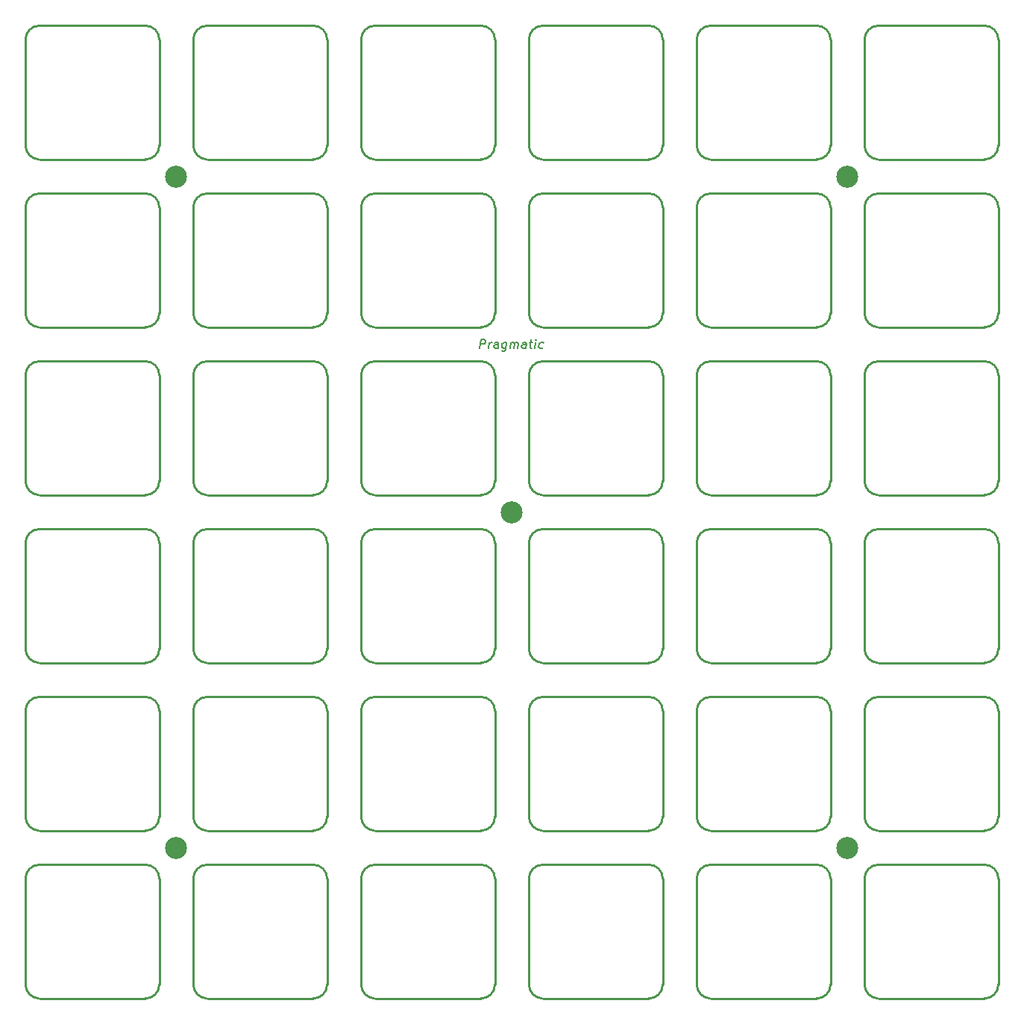
<source format=gts>
%TF.GenerationSoftware,KiCad,Pcbnew,(6.0.5-0)*%
%TF.CreationDate,2022-06-21T10:58:13+08:00*%
%TF.ProjectId,Plate,506c6174-652e-46b6-9963-61645f706362,rev?*%
%TF.SameCoordinates,PX4bb2a98PY4bb2a98*%
%TF.FileFunction,Soldermask,Top*%
%TF.FilePolarity,Negative*%
%FSLAX46Y46*%
G04 Gerber Fmt 4.6, Leading zero omitted, Abs format (unit mm)*
G04 Created by KiCad (PCBNEW (6.0.5-0)) date 2022-06-21 10:58:13*
%MOMM*%
%LPD*%
G01*
G04 APERTURE LIST*
%ADD10C,0.150000*%
%ADD11C,0.254000*%
%ADD12C,2.500000*%
G04 APERTURE END LIST*
D10*
X-3642292Y18597620D02*
X-3517292Y19597620D01*
X-3136340Y19597620D01*
X-3047054Y19550000D01*
X-3005387Y19502381D01*
X-2969673Y19407143D01*
X-2987530Y19264286D01*
X-3047054Y19169048D01*
X-3100625Y19121429D01*
X-3201816Y19073810D01*
X-3582768Y19073810D01*
X-2642292Y18597620D02*
X-2558959Y19264286D01*
X-2582768Y19073810D02*
X-2523245Y19169048D01*
X-2469673Y19216667D01*
X-2368483Y19264286D01*
X-2273245Y19264286D01*
X-1594673Y18597620D02*
X-1529197Y19121429D01*
X-1564911Y19216667D01*
X-1654197Y19264286D01*
X-1844673Y19264286D01*
X-1945864Y19216667D01*
X-1588721Y18645239D02*
X-1689911Y18597620D01*
X-1928006Y18597620D01*
X-2017292Y18645239D01*
X-2053006Y18740477D01*
X-2041102Y18835715D01*
X-1981578Y18930953D01*
X-1880387Y18978572D01*
X-1642292Y18978572D01*
X-1541102Y19026191D01*
X-606578Y19264286D02*
X-707768Y18454762D01*
X-767292Y18359524D01*
X-820864Y18311905D01*
X-922054Y18264286D01*
X-1064911Y18264286D01*
X-1154197Y18311905D01*
X-683959Y18645239D02*
X-785149Y18597620D01*
X-975625Y18597620D01*
X-1064911Y18645239D01*
X-1106578Y18692858D01*
X-1142292Y18788096D01*
X-1106578Y19073810D01*
X-1047054Y19169048D01*
X-993483Y19216667D01*
X-892292Y19264286D01*
X-701816Y19264286D01*
X-612530Y19216667D01*
X-213721Y18597620D02*
X-130387Y19264286D01*
X-142292Y19169048D02*
X-88721Y19216667D01*
X12470Y19264286D01*
X155327Y19264286D01*
X244613Y19216667D01*
X280327Y19121429D01*
X214851Y18597620D01*
X280327Y19121429D02*
X339851Y19216667D01*
X441041Y19264286D01*
X583898Y19264286D01*
X673184Y19216667D01*
X708898Y19121429D01*
X643422Y18597620D01*
X1548184Y18597620D02*
X1613660Y19121429D01*
X1577946Y19216667D01*
X1488660Y19264286D01*
X1298184Y19264286D01*
X1196994Y19216667D01*
X1554136Y18645239D02*
X1452946Y18597620D01*
X1214851Y18597620D01*
X1125565Y18645239D01*
X1089851Y18740477D01*
X1101755Y18835715D01*
X1161279Y18930953D01*
X1262470Y18978572D01*
X1500565Y18978572D01*
X1601755Y19026191D01*
X1964851Y19264286D02*
X2345803Y19264286D01*
X2149375Y19597620D02*
X2042232Y18740477D01*
X2077946Y18645239D01*
X2167232Y18597620D01*
X2262470Y18597620D01*
X2595803Y18597620D02*
X2679136Y19264286D01*
X2720803Y19597620D02*
X2667232Y19550000D01*
X2708898Y19502381D01*
X2762470Y19550000D01*
X2720803Y19597620D01*
X2708898Y19502381D01*
X3506517Y18645239D02*
X3405327Y18597620D01*
X3214851Y18597620D01*
X3125565Y18645239D01*
X3083898Y18692858D01*
X3048184Y18788096D01*
X3083898Y19073810D01*
X3143422Y19169048D01*
X3196994Y19216667D01*
X3298184Y19264286D01*
X3488660Y19264286D01*
X3577946Y19216667D01*
D11*
X3525000Y-36175000D02*
X15525000Y-36175000D01*
X3525000Y-20975000D02*
X15525000Y-20975000D01*
X17125000Y-22575000D02*
X17125000Y-34575000D01*
X1925000Y-22575000D02*
X1925000Y-34575000D01*
X17125000Y-22575000D02*
G75*
G03*
X15525000Y-20975000I-1600000J0D01*
G01*
X1925000Y-34575000D02*
G75*
G03*
X3525000Y-36175000I1599999J-1D01*
G01*
X15525000Y-36175000D02*
G75*
G03*
X17125000Y-34575000I0J1600000D01*
G01*
X3525000Y-20975000D02*
G75*
G03*
X1925000Y-22575000I-1J-1599999D01*
G01*
X-20975000Y-3525000D02*
X-20975000Y-15525000D01*
X-34575000Y-17125000D02*
X-22575000Y-17125000D01*
X-34575000Y-1925000D02*
X-22575000Y-1925000D01*
X-36175000Y-3525000D02*
X-36175000Y-15525000D01*
X-36175000Y-15525000D02*
G75*
G03*
X-34575000Y-17125000I1599999J-1D01*
G01*
X-34575000Y-1925000D02*
G75*
G03*
X-36175000Y-3525000I-1J-1599999D01*
G01*
X-20975000Y-3525000D02*
G75*
G03*
X-22575000Y-1925000I-1600000J0D01*
G01*
X-22575000Y-17125000D02*
G75*
G03*
X-20975000Y-15525000I0J1600000D01*
G01*
X36175000Y34575000D02*
X36175000Y22575000D01*
X22575000Y20975000D02*
X34575000Y20975000D01*
X22575000Y36175000D02*
X34575000Y36175000D01*
X20975000Y34575000D02*
X20975000Y22575000D01*
X22575000Y36175000D02*
G75*
G03*
X20975000Y34575000I-1J-1599999D01*
G01*
X36175000Y34575000D02*
G75*
G03*
X34575000Y36175000I-1600000J0D01*
G01*
X34575000Y20975000D02*
G75*
G03*
X36175000Y22575000I0J1600000D01*
G01*
X20975000Y22575000D02*
G75*
G03*
X22575000Y20975000I1599999J-1D01*
G01*
X-15525000Y55225000D02*
X-3525000Y55225000D01*
X-17125000Y53625000D02*
X-17125000Y41625000D01*
X-1925000Y53625000D02*
X-1925000Y41625000D01*
X-15525000Y40025000D02*
X-3525000Y40025000D01*
X-17125000Y41625000D02*
G75*
G03*
X-15525000Y40025000I1599999J-1D01*
G01*
X-15525000Y55225000D02*
G75*
G03*
X-17125000Y53625000I-1J-1599999D01*
G01*
X-1925000Y53625000D02*
G75*
G03*
X-3525000Y55225000I-1600000J0D01*
G01*
X-3525000Y40025000D02*
G75*
G03*
X-1925000Y41625000I0J1600000D01*
G01*
X17125000Y53625000D02*
X17125000Y41625000D01*
X3525000Y40025000D02*
X15525000Y40025000D01*
X3525000Y55225000D02*
X15525000Y55225000D01*
X1925000Y53625000D02*
X1925000Y41625000D01*
X3525000Y55225000D02*
G75*
G03*
X1925000Y53625000I-1J-1599999D01*
G01*
X15525000Y40025000D02*
G75*
G03*
X17125000Y41625000I0J1600000D01*
G01*
X17125000Y53625000D02*
G75*
G03*
X15525000Y55225000I-1600000J0D01*
G01*
X1925000Y41625000D02*
G75*
G03*
X3525000Y40025000I1599999J-1D01*
G01*
X-34575000Y17125000D02*
X-22575000Y17125000D01*
X-20975000Y15525000D02*
X-20975000Y3525000D01*
X-34575000Y1925000D02*
X-22575000Y1925000D01*
X-36175000Y15525000D02*
X-36175000Y3525000D01*
X-20975000Y15525000D02*
G75*
G03*
X-22575000Y17125000I-1600000J0D01*
G01*
X-22575000Y1925000D02*
G75*
G03*
X-20975000Y3525000I0J1600000D01*
G01*
X-34575000Y17125000D02*
G75*
G03*
X-36175000Y15525000I-1J-1599999D01*
G01*
X-36175000Y3525000D02*
G75*
G03*
X-34575000Y1925000I1599999J-1D01*
G01*
X40025000Y-3525000D02*
X40025000Y-15525000D01*
X41625000Y-17125000D02*
X53625000Y-17125000D01*
X41625000Y-1925000D02*
X53625000Y-1925000D01*
X55225000Y-3525000D02*
X55225000Y-15525000D01*
X55225000Y-3525000D02*
G75*
G03*
X53625000Y-1925000I-1600000J0D01*
G01*
X41625000Y-1925000D02*
G75*
G03*
X40025000Y-3525000I-1J-1599999D01*
G01*
X40025000Y-15525000D02*
G75*
G03*
X41625000Y-17125000I1599999J-1D01*
G01*
X53625000Y-17125000D02*
G75*
G03*
X55225000Y-15525000I0J1600000D01*
G01*
X-55225000Y34575000D02*
X-55225000Y22575000D01*
X-53625000Y36175000D02*
X-41625000Y36175000D01*
X-40025000Y34575000D02*
X-40025000Y22575000D01*
X-53625000Y20975000D02*
X-41625000Y20975000D01*
X-53625000Y36175000D02*
G75*
G03*
X-55225000Y34575000I-1J-1599999D01*
G01*
X-41625000Y20975000D02*
G75*
G03*
X-40025000Y22575000I0J1600000D01*
G01*
X-55225000Y22575000D02*
G75*
G03*
X-53625000Y20975000I1599999J-1D01*
G01*
X-40025000Y34575000D02*
G75*
G03*
X-41625000Y36175000I-1600000J0D01*
G01*
X55225000Y-41625000D02*
X55225000Y-53625000D01*
X40025000Y-41625000D02*
X40025000Y-53625000D01*
X41625000Y-55225000D02*
X53625000Y-55225000D01*
X41625000Y-40025000D02*
X53625000Y-40025000D01*
X41625000Y-40025000D02*
G75*
G03*
X40025000Y-41625000I-1J-1599999D01*
G01*
X40025000Y-53625000D02*
G75*
G03*
X41625000Y-55225000I1599999J-1D01*
G01*
X55225000Y-41625000D02*
G75*
G03*
X53625000Y-40025000I-1600000J0D01*
G01*
X53625000Y-55225000D02*
G75*
G03*
X55225000Y-53625000I0J1600000D01*
G01*
X-1925000Y-22575000D02*
X-1925000Y-34575000D01*
X-15525000Y-36175000D02*
X-3525000Y-36175000D01*
X-15525000Y-20975000D02*
X-3525000Y-20975000D01*
X-17125000Y-22575000D02*
X-17125000Y-34575000D01*
X-3525000Y-36175000D02*
G75*
G03*
X-1925000Y-34575000I0J1600000D01*
G01*
X-1925000Y-22575000D02*
G75*
G03*
X-3525000Y-20975000I-1600000J0D01*
G01*
X-15525000Y-20975000D02*
G75*
G03*
X-17125000Y-22575000I-1J-1599999D01*
G01*
X-17125000Y-34575000D02*
G75*
G03*
X-15525000Y-36175000I1599999J-1D01*
G01*
X36175000Y-3525000D02*
X36175000Y-15525000D01*
X20975000Y-3525000D02*
X20975000Y-15525000D01*
X22575000Y-1925000D02*
X34575000Y-1925000D01*
X22575000Y-17125000D02*
X34575000Y-17125000D01*
X22575000Y-1925000D02*
G75*
G03*
X20975000Y-3525000I-1J-1599999D01*
G01*
X34575000Y-17125000D02*
G75*
G03*
X36175000Y-15525000I0J1600000D01*
G01*
X20975000Y-15525000D02*
G75*
G03*
X22575000Y-17125000I1599999J-1D01*
G01*
X36175000Y-3525000D02*
G75*
G03*
X34575000Y-1925000I-1600000J0D01*
G01*
X-20975000Y-41625000D02*
X-20975000Y-53625000D01*
X-34575000Y-40025000D02*
X-22575000Y-40025000D01*
X-34575000Y-55225000D02*
X-22575000Y-55225000D01*
X-36175000Y-41625000D02*
X-36175000Y-53625000D01*
X-22575000Y-55225000D02*
G75*
G03*
X-20975000Y-53625000I0J1600000D01*
G01*
X-20975000Y-41625000D02*
G75*
G03*
X-22575000Y-40025000I-1600000J0D01*
G01*
X-34575000Y-40025000D02*
G75*
G03*
X-36175000Y-41625000I-1J-1599999D01*
G01*
X-36175000Y-53625000D02*
G75*
G03*
X-34575000Y-55225000I1599999J-1D01*
G01*
X41625000Y17125000D02*
X53625000Y17125000D01*
X40025000Y15525000D02*
X40025000Y3525000D01*
X55225000Y15525000D02*
X55225000Y3525000D01*
X41625000Y1925000D02*
X53625000Y1925000D01*
X40025000Y3525000D02*
G75*
G03*
X41625000Y1925000I1599999J-1D01*
G01*
X53625000Y1925000D02*
G75*
G03*
X55225000Y3525000I0J1600000D01*
G01*
X55225000Y15525000D02*
G75*
G03*
X53625000Y17125000I-1600000J0D01*
G01*
X41625000Y17125000D02*
G75*
G03*
X40025000Y15525000I-1J-1599999D01*
G01*
X36175000Y-22575000D02*
X36175000Y-34575000D01*
X20975000Y-22575000D02*
X20975000Y-34575000D01*
X22575000Y-20975000D02*
X34575000Y-20975000D01*
X22575000Y-36175000D02*
X34575000Y-36175000D01*
X36175000Y-22575000D02*
G75*
G03*
X34575000Y-20975000I-1600000J0D01*
G01*
X20975000Y-34575000D02*
G75*
G03*
X22575000Y-36175000I1599999J-1D01*
G01*
X22575000Y-20975000D02*
G75*
G03*
X20975000Y-22575000I-1J-1599999D01*
G01*
X34575000Y-36175000D02*
G75*
G03*
X36175000Y-34575000I0J1600000D01*
G01*
X-15525000Y20975000D02*
X-3525000Y20975000D01*
X-17125000Y34575000D02*
X-17125000Y22575000D01*
X-15525000Y36175000D02*
X-3525000Y36175000D01*
X-1925000Y34575000D02*
X-1925000Y22575000D01*
X-17125000Y22575000D02*
G75*
G03*
X-15525000Y20975000I1599999J-1D01*
G01*
X-15525000Y36175000D02*
G75*
G03*
X-17125000Y34575000I-1J-1599999D01*
G01*
X-1925000Y34575000D02*
G75*
G03*
X-3525000Y36175000I-1600000J0D01*
G01*
X-3525000Y20975000D02*
G75*
G03*
X-1925000Y22575000I0J1600000D01*
G01*
X20975000Y53625000D02*
X20975000Y41625000D01*
X22575000Y55225000D02*
X34575000Y55225000D01*
X36175000Y53625000D02*
X36175000Y41625000D01*
X22575000Y40025000D02*
X34575000Y40025000D01*
X34575000Y40025000D02*
G75*
G03*
X36175000Y41625000I0J1600000D01*
G01*
X20975000Y41625000D02*
G75*
G03*
X22575000Y40025000I1599999J-1D01*
G01*
X36175000Y53625000D02*
G75*
G03*
X34575000Y55225000I-1600000J0D01*
G01*
X22575000Y55225000D02*
G75*
G03*
X20975000Y53625000I-1J-1599999D01*
G01*
X-15525000Y-17125000D02*
X-3525000Y-17125000D01*
X-17125000Y-3525000D02*
X-17125000Y-15525000D01*
X-1925000Y-3525000D02*
X-1925000Y-15525000D01*
X-15525000Y-1925000D02*
X-3525000Y-1925000D01*
X-15525000Y-1925000D02*
G75*
G03*
X-17125000Y-3525000I-1J-1599999D01*
G01*
X-3525000Y-17125000D02*
G75*
G03*
X-1925000Y-15525000I0J1600000D01*
G01*
X-17125000Y-15525000D02*
G75*
G03*
X-15525000Y-17125000I1599999J-1D01*
G01*
X-1925000Y-3525000D02*
G75*
G03*
X-3525000Y-1925000I-1600000J0D01*
G01*
X1925000Y-41625000D02*
X1925000Y-53625000D01*
X3525000Y-40025000D02*
X15525000Y-40025000D01*
X3525000Y-55225000D02*
X15525000Y-55225000D01*
X17125000Y-41625000D02*
X17125000Y-53625000D01*
X17125000Y-41625000D02*
G75*
G03*
X15525000Y-40025000I-1600000J0D01*
G01*
X1925000Y-53625000D02*
G75*
G03*
X3525000Y-55225000I1599999J-1D01*
G01*
X15525000Y-55225000D02*
G75*
G03*
X17125000Y-53625000I0J1600000D01*
G01*
X3525000Y-40025000D02*
G75*
G03*
X1925000Y-41625000I-1J-1599999D01*
G01*
X-17125000Y-41625000D02*
X-17125000Y-53625000D01*
X-15525000Y-55225000D02*
X-3525000Y-55225000D01*
X-1925000Y-41625000D02*
X-1925000Y-53625000D01*
X-15525000Y-40025000D02*
X-3525000Y-40025000D01*
X-3525000Y-55225000D02*
G75*
G03*
X-1925000Y-53625000I0J1600000D01*
G01*
X-15525000Y-40025000D02*
G75*
G03*
X-17125000Y-41625000I-1J-1599999D01*
G01*
X-1925000Y-41625000D02*
G75*
G03*
X-3525000Y-40025000I-1600000J0D01*
G01*
X-17125000Y-53625000D02*
G75*
G03*
X-15525000Y-55225000I1599999J-1D01*
G01*
X55225000Y-22575000D02*
X55225000Y-34575000D01*
X41625000Y-20975000D02*
X53625000Y-20975000D01*
X40025000Y-22575000D02*
X40025000Y-34575000D01*
X41625000Y-36175000D02*
X53625000Y-36175000D01*
X53625000Y-36175000D02*
G75*
G03*
X55225000Y-34575000I0J1600000D01*
G01*
X40025000Y-34575000D02*
G75*
G03*
X41625000Y-36175000I1599999J-1D01*
G01*
X41625000Y-20975000D02*
G75*
G03*
X40025000Y-22575000I-1J-1599999D01*
G01*
X55225000Y-22575000D02*
G75*
G03*
X53625000Y-20975000I-1600000J0D01*
G01*
X22575000Y-55225000D02*
X34575000Y-55225000D01*
X36175000Y-41625000D02*
X36175000Y-53625000D01*
X22575000Y-40025000D02*
X34575000Y-40025000D01*
X20975000Y-41625000D02*
X20975000Y-53625000D01*
X22575000Y-40025000D02*
G75*
G03*
X20975000Y-41625000I-1J-1599999D01*
G01*
X20975000Y-53625000D02*
G75*
G03*
X22575000Y-55225000I1599999J-1D01*
G01*
X34575000Y-55225000D02*
G75*
G03*
X36175000Y-53625000I0J1600000D01*
G01*
X36175000Y-41625000D02*
G75*
G03*
X34575000Y-40025000I-1600000J0D01*
G01*
X41625000Y55225000D02*
X53625000Y55225000D01*
X40025000Y53625000D02*
X40025000Y41625000D01*
X55225000Y53625000D02*
X55225000Y41625000D01*
X41625000Y40025000D02*
X53625000Y40025000D01*
X55225000Y53625000D02*
G75*
G03*
X53625000Y55225000I-1600000J0D01*
G01*
X41625000Y55225000D02*
G75*
G03*
X40025000Y53625000I-1J-1599999D01*
G01*
X53625000Y40025000D02*
G75*
G03*
X55225000Y41625000I0J1600000D01*
G01*
X40025000Y41625000D02*
G75*
G03*
X41625000Y40025000I1599999J-1D01*
G01*
X-40025000Y-41625000D02*
X-40025000Y-53625000D01*
X-55225000Y-41625000D02*
X-55225000Y-53625000D01*
X-53625000Y-55225000D02*
X-41625000Y-55225000D01*
X-53625000Y-40025000D02*
X-41625000Y-40025000D01*
X-41625000Y-55225000D02*
G75*
G03*
X-40025000Y-53625000I0J1600000D01*
G01*
X-53625000Y-40025000D02*
G75*
G03*
X-55225000Y-41625000I-1J-1599999D01*
G01*
X-40025000Y-41625000D02*
G75*
G03*
X-41625000Y-40025000I-1600000J0D01*
G01*
X-55225000Y-53625000D02*
G75*
G03*
X-53625000Y-55225000I1599999J-1D01*
G01*
X22575000Y17125000D02*
X34575000Y17125000D01*
X36175000Y15525000D02*
X36175000Y3525000D01*
X20975000Y15525000D02*
X20975000Y3525000D01*
X22575000Y1925000D02*
X34575000Y1925000D01*
X20975000Y3525000D02*
G75*
G03*
X22575000Y1925000I1599999J-1D01*
G01*
X22575000Y17125000D02*
G75*
G03*
X20975000Y15525000I-1J-1599999D01*
G01*
X36175000Y15525000D02*
G75*
G03*
X34575000Y17125000I-1600000J0D01*
G01*
X34575000Y1925000D02*
G75*
G03*
X36175000Y3525000I0J1600000D01*
G01*
X-55225000Y15525000D02*
X-55225000Y3525000D01*
X-53625000Y17125000D02*
X-41625000Y17125000D01*
X-40025000Y15525000D02*
X-40025000Y3525000D01*
X-53625000Y1925000D02*
X-41625000Y1925000D01*
X-40025000Y15525000D02*
G75*
G03*
X-41625000Y17125000I-1600000J0D01*
G01*
X-41625000Y1925000D02*
G75*
G03*
X-40025000Y3525000I0J1600000D01*
G01*
X-53625000Y17125000D02*
G75*
G03*
X-55225000Y15525000I-1J-1599999D01*
G01*
X-55225000Y3525000D02*
G75*
G03*
X-53625000Y1925000I1599999J-1D01*
G01*
X3525000Y17125000D02*
X15525000Y17125000D01*
X17125000Y15525000D02*
X17125000Y3525000D01*
X1925000Y15525000D02*
X1925000Y3525000D01*
X3525000Y1925000D02*
X15525000Y1925000D01*
X17125000Y15525000D02*
G75*
G03*
X15525000Y17125000I-1600000J0D01*
G01*
X1925000Y3525000D02*
G75*
G03*
X3525000Y1925000I1599999J-1D01*
G01*
X15525000Y1925000D02*
G75*
G03*
X17125000Y3525000I0J1600000D01*
G01*
X3525000Y17125000D02*
G75*
G03*
X1925000Y15525000I-1J-1599999D01*
G01*
X40025000Y34575000D02*
X40025000Y22575000D01*
X41625000Y20975000D02*
X53625000Y20975000D01*
X55225000Y34575000D02*
X55225000Y22575000D01*
X41625000Y36175000D02*
X53625000Y36175000D01*
X41625000Y36175000D02*
G75*
G03*
X40025000Y34575000I-1J-1599999D01*
G01*
X40025000Y22575000D02*
G75*
G03*
X41625000Y20975000I1599999J-1D01*
G01*
X53625000Y20975000D02*
G75*
G03*
X55225000Y22575000I0J1600000D01*
G01*
X55225000Y34575000D02*
G75*
G03*
X53625000Y36175000I-1600000J0D01*
G01*
X-15525000Y1925000D02*
X-3525000Y1925000D01*
X-1925000Y15525000D02*
X-1925000Y3525000D01*
X-15525000Y17125000D02*
X-3525000Y17125000D01*
X-17125000Y15525000D02*
X-17125000Y3525000D01*
X-15525000Y17125000D02*
G75*
G03*
X-17125000Y15525000I-1J-1599999D01*
G01*
X-3525000Y1925000D02*
G75*
G03*
X-1925000Y3525000I0J1600000D01*
G01*
X-17125000Y3525000D02*
G75*
G03*
X-15525000Y1925000I1599999J-1D01*
G01*
X-1925000Y15525000D02*
G75*
G03*
X-3525000Y17125000I-1600000J0D01*
G01*
X-34575000Y20975000D02*
X-22575000Y20975000D01*
X-34575000Y36175000D02*
X-22575000Y36175000D01*
X-36175000Y34575000D02*
X-36175000Y22575000D01*
X-20975000Y34575000D02*
X-20975000Y22575000D01*
X-20975000Y34575000D02*
G75*
G03*
X-22575000Y36175000I-1600000J0D01*
G01*
X-36175000Y22575000D02*
G75*
G03*
X-34575000Y20975000I1599999J-1D01*
G01*
X-34575000Y36175000D02*
G75*
G03*
X-36175000Y34575000I-1J-1599999D01*
G01*
X-22575000Y20975000D02*
G75*
G03*
X-20975000Y22575000I0J1600000D01*
G01*
X3525000Y-17125000D02*
X15525000Y-17125000D01*
X17125000Y-3525000D02*
X17125000Y-15525000D01*
X1925000Y-3525000D02*
X1925000Y-15525000D01*
X3525000Y-1925000D02*
X15525000Y-1925000D01*
X15525000Y-17125000D02*
G75*
G03*
X17125000Y-15525000I0J1600000D01*
G01*
X3525000Y-1925000D02*
G75*
G03*
X1925000Y-3525000I-1J-1599999D01*
G01*
X17125000Y-3525000D02*
G75*
G03*
X15525000Y-1925000I-1600000J0D01*
G01*
X1925000Y-15525000D02*
G75*
G03*
X3525000Y-17125000I1599999J-1D01*
G01*
X3525000Y36175000D02*
X15525000Y36175000D01*
X1925000Y34575000D02*
X1925000Y22575000D01*
X3525000Y20975000D02*
X15525000Y20975000D01*
X17125000Y34575000D02*
X17125000Y22575000D01*
X15525000Y20975000D02*
G75*
G03*
X17125000Y22575000I0J1600000D01*
G01*
X1925000Y22575000D02*
G75*
G03*
X3525000Y20975000I1599999J-1D01*
G01*
X17125000Y34575000D02*
G75*
G03*
X15525000Y36175000I-1600000J0D01*
G01*
X3525000Y36175000D02*
G75*
G03*
X1925000Y34575000I-1J-1599999D01*
G01*
X-34575000Y55225000D02*
X-22575000Y55225000D01*
X-20975000Y53625000D02*
X-20975000Y41625000D01*
X-36175000Y53625000D02*
X-36175000Y41625000D01*
X-34575000Y40025000D02*
X-22575000Y40025000D01*
X-34575000Y55225000D02*
G75*
G03*
X-36175000Y53625000I-1J-1599999D01*
G01*
X-20975000Y53625000D02*
G75*
G03*
X-22575000Y55225000I-1600000J0D01*
G01*
X-22575000Y40025000D02*
G75*
G03*
X-20975000Y41625000I0J1600000D01*
G01*
X-36175000Y41625000D02*
G75*
G03*
X-34575000Y40025000I1599999J-1D01*
G01*
X-53625000Y40025000D02*
X-41625000Y40025000D01*
X-40025000Y53625000D02*
X-40025000Y41625000D01*
X-55225000Y53625000D02*
X-55225000Y41625000D01*
X-53625000Y55225000D02*
X-41625000Y55225000D01*
X-55225000Y41625000D02*
G75*
G03*
X-53625000Y40025000I1599999J-1D01*
G01*
X-41625000Y40025000D02*
G75*
G03*
X-40025000Y41625000I0J1600000D01*
G01*
X-40025000Y53625000D02*
G75*
G03*
X-41625000Y55225000I-1600000J0D01*
G01*
X-53625000Y55225000D02*
G75*
G03*
X-55225000Y53625000I-1J-1599999D01*
G01*
X-55225000Y-3525000D02*
X-55225000Y-15525000D01*
X-40025000Y-3525000D02*
X-40025000Y-15525000D01*
X-53625000Y-1925000D02*
X-41625000Y-1925000D01*
X-53625000Y-17125000D02*
X-41625000Y-17125000D01*
X-55225000Y-15525000D02*
G75*
G03*
X-53625000Y-17125000I1599999J-1D01*
G01*
X-41625000Y-17125000D02*
G75*
G03*
X-40025000Y-15525000I0J1600000D01*
G01*
X-40025000Y-3525000D02*
G75*
G03*
X-41625000Y-1925000I-1600000J0D01*
G01*
X-53625000Y-1925000D02*
G75*
G03*
X-55225000Y-3525000I-1J-1599999D01*
G01*
X-53625000Y-20975000D02*
X-41625000Y-20975000D01*
X-40025000Y-22575000D02*
X-40025000Y-34575000D01*
X-53625000Y-36175000D02*
X-41625000Y-36175000D01*
X-55225000Y-22575000D02*
X-55225000Y-34575000D01*
X-40025000Y-22575000D02*
G75*
G03*
X-41625000Y-20975000I-1600000J0D01*
G01*
X-55225000Y-34575000D02*
G75*
G03*
X-53625000Y-36175000I1599999J-1D01*
G01*
X-41625000Y-36175000D02*
G75*
G03*
X-40025000Y-34575000I0J1600000D01*
G01*
X-53625000Y-20975000D02*
G75*
G03*
X-55225000Y-22575000I-1J-1599999D01*
G01*
X-20975000Y-22575000D02*
X-20975000Y-34575000D01*
X-36175000Y-22575000D02*
X-36175000Y-34575000D01*
X-34575000Y-36175000D02*
X-22575000Y-36175000D01*
X-34575000Y-20975000D02*
X-22575000Y-20975000D01*
X-22575000Y-36175000D02*
G75*
G03*
X-20975000Y-34575000I0J1600000D01*
G01*
X-34575000Y-20975000D02*
G75*
G03*
X-36175000Y-22575000I-1J-1599999D01*
G01*
X-20975000Y-22575000D02*
G75*
G03*
X-22575000Y-20975000I-1600000J0D01*
G01*
X-36175000Y-34575000D02*
G75*
G03*
X-34575000Y-36175000I1599999J-1D01*
G01*
D12*
X38100000Y-38100000D03*
X-38100000Y38100000D03*
X0Y0D03*
X38100000Y38100000D03*
X-38100000Y-38100000D03*
M02*

</source>
